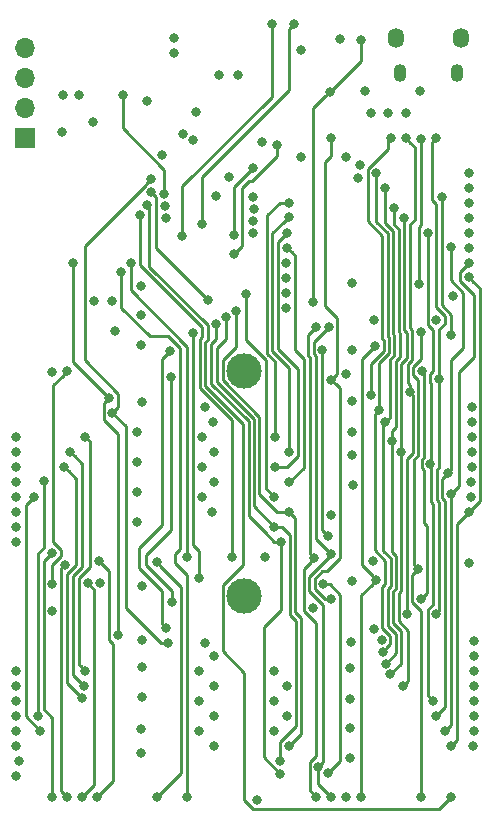
<source format=gbr>
G04 #@! TF.GenerationSoftware,KiCad,Pcbnew,(5.1.5-rc2)*
G04 #@! TF.CreationDate,2020-01-23T16:56:20-08:00*
G04 #@! TF.ProjectId,fpgb,66706762-2e6b-4696-9361-645f70636258,0.1*
G04 #@! TF.SameCoordinates,Original*
G04 #@! TF.FileFunction,Copper,L2,Inr*
G04 #@! TF.FilePolarity,Positive*
%FSLAX46Y46*%
G04 Gerber Fmt 4.6, Leading zero omitted, Abs format (unit mm)*
G04 Created by KiCad (PCBNEW (5.1.5-rc2)) date 2020-01-23 16:56:20*
%MOMM*%
%LPD*%
G04 APERTURE LIST*
%ADD10O,1.700000X1.700000*%
%ADD11R,1.700000X1.700000*%
%ADD12O,1.350000X1.700000*%
%ADD13O,1.100000X1.500000*%
%ADD14C,0.800000*%
%ADD15C,3.000000*%
%ADD16C,0.254000*%
G04 APERTURE END LIST*
D10*
X100330000Y-45339000D03*
X100330000Y-47879000D03*
X100330000Y-50419000D03*
D11*
X100330000Y-52959000D03*
D12*
X137198000Y-44478000D03*
X131738000Y-44478000D03*
D13*
X136888000Y-47478000D03*
X132048000Y-47478000D03*
D14*
X116713000Y-47625000D03*
X120650000Y-88392000D03*
X119912232Y-108973558D03*
X126238000Y-84836000D03*
X115062000Y-90170000D03*
X128712000Y-44620000D03*
X126111002Y-49022000D03*
X124714000Y-66802000D03*
X114554000Y-69469000D03*
X109759790Y-85471000D03*
X133858000Y-108712000D03*
X133604000Y-89408000D03*
X133858000Y-69342000D03*
X111506000Y-108712000D03*
X111429279Y-88829389D03*
X128524000Y-56324500D03*
X111886994Y-54356000D03*
X109759790Y-82880200D03*
X109759790Y-77800200D03*
X116332000Y-104394000D03*
X137922005Y-84581993D03*
X138243429Y-104399790D03*
X136398000Y-104394000D03*
X116109193Y-84622916D03*
X137858500Y-64706500D03*
X137922000Y-63500000D03*
X135890000Y-103124000D03*
X138080622Y-83343216D03*
X136350903Y-83058000D03*
X138296631Y-103124000D03*
X115061994Y-103124000D03*
X115316000Y-83312000D03*
X136144000Y-81280000D03*
X116332000Y-82042000D03*
X137922000Y-62230000D03*
X116332000Y-101854000D03*
X135128000Y-101854000D03*
X138029765Y-82064690D03*
X138296631Y-101854000D03*
X136334500Y-62166500D03*
X137922000Y-60960000D03*
X115062000Y-100584000D03*
X134874000Y-100584000D03*
X134620000Y-80518000D03*
X138093421Y-80772000D03*
X138296631Y-100584000D03*
X115316000Y-80772000D03*
X134397710Y-60959996D03*
X116332000Y-79502000D03*
X116332000Y-99314000D03*
X138093421Y-79502000D03*
X132334000Y-99314000D03*
X132111790Y-79502000D03*
X137922000Y-59690000D03*
X138296631Y-99314000D03*
X132397500Y-59690000D03*
X137922000Y-58420000D03*
X115062000Y-98044000D03*
X138093421Y-78232000D03*
X138296631Y-98044000D03*
X131349790Y-78613000D03*
X131226104Y-98352760D03*
X115316000Y-78232000D03*
X131572000Y-58864502D03*
X130810000Y-76962000D03*
X137922000Y-57150000D03*
X116332000Y-96774000D03*
X138093421Y-76962000D03*
X138296631Y-96774000D03*
X130810000Y-57163737D03*
X130820339Y-97435270D03*
X116205000Y-76961998D03*
X137922000Y-55880000D03*
X115570000Y-95675421D03*
X138093421Y-75692000D03*
X138296631Y-95504000D03*
X130302000Y-75946000D03*
X130048000Y-55880000D03*
X130572578Y-96463134D03*
X115570000Y-75692000D03*
X135128000Y-93218000D03*
X112776000Y-92201988D03*
X112680790Y-73152000D03*
X107941663Y-69286837D03*
X135382000Y-73342500D03*
X135128000Y-52960002D03*
X133858000Y-91948000D03*
X112593058Y-70953732D03*
X107696000Y-66738500D03*
X133911311Y-72654831D03*
X112268004Y-94424500D03*
X133858000Y-53022500D03*
X133667500Y-65278000D03*
X107696000Y-76199998D03*
X132657843Y-93218000D03*
X132873790Y-74427501D03*
X112395000Y-95694502D03*
X110934500Y-56451500D03*
X132524500Y-52959000D03*
X107442000Y-74930000D03*
X130491340Y-95463217D03*
X129571790Y-74709795D03*
X108140500Y-95059500D03*
X104394000Y-63563500D03*
X112109925Y-58694701D03*
X131318000Y-52960000D03*
X110134400Y-70459600D03*
X123698000Y-45466000D03*
X127000000Y-44577000D03*
D15*
X118872000Y-72644000D03*
X118872000Y-91694000D03*
D14*
X129565500Y-50800000D03*
X106045000Y-51625500D03*
X119634000Y-60960000D03*
X116497000Y-57810500D03*
X110134400Y-67919600D03*
X126238000Y-91948000D03*
X126238000Y-52960000D03*
X102616000Y-90678000D03*
X126238000Y-73406000D03*
X103886000Y-72675790D03*
X113654123Y-52567121D03*
X102616000Y-72772000D03*
X110185210Y-75311000D03*
X99568000Y-78232000D03*
X121412000Y-98044000D03*
X99568000Y-98044000D03*
X121432411Y-78233356D03*
X105410000Y-78232000D03*
X105410000Y-98025196D03*
X122682000Y-58420000D03*
X122682000Y-79502000D03*
X99568000Y-79502000D03*
X99568000Y-99314000D03*
X105291337Y-99313994D03*
X104140000Y-79502000D03*
X122510579Y-99314000D03*
X122618500Y-59626500D03*
X99568000Y-80772000D03*
X121412000Y-100584000D03*
X99568000Y-100584000D03*
X121432411Y-80773356D03*
X105156010Y-100330000D03*
X103632000Y-80772000D03*
X122491500Y-60960000D03*
X122682000Y-82042000D03*
X99568000Y-82042000D03*
X99568000Y-101854000D03*
X122510579Y-101854000D03*
X101354337Y-101845663D03*
X101917488Y-81978500D03*
X122491500Y-62230000D03*
X121412000Y-83312000D03*
X99568000Y-83312000D03*
X99568000Y-103124000D03*
X121412000Y-103124000D03*
X101600000Y-103124000D03*
X118990662Y-66158664D03*
X101092000Y-83311998D03*
X122428000Y-63500000D03*
X122682000Y-104394000D03*
X99568000Y-104394000D03*
X122682000Y-84582000D03*
X99568000Y-84582000D03*
X118146781Y-67590700D03*
X122421632Y-64770000D03*
X121412000Y-85852000D03*
X99568000Y-85852000D03*
X99822000Y-105664000D03*
X121919996Y-105655664D03*
X117281737Y-68098768D03*
X122421632Y-66040000D03*
X99568000Y-87122000D03*
X99568000Y-106934000D03*
X121920000Y-106762589D03*
X122002579Y-87122000D03*
X116490710Y-68715785D03*
X122421632Y-67310000D03*
X124968000Y-108712000D03*
X102616000Y-108712000D03*
X124968000Y-68960000D03*
X102566833Y-88065935D03*
X124780873Y-88529920D03*
X112268006Y-59690000D03*
X126238000Y-108712000D03*
X103886000Y-108712000D03*
X126229663Y-88129663D03*
X103652275Y-89093866D03*
X125126626Y-106159093D03*
X126015790Y-68960000D03*
X106089421Y-66738500D03*
X128778000Y-108712000D03*
X106540199Y-88772000D03*
X106426000Y-108712000D03*
X129927368Y-70517555D03*
X115760500Y-66675000D03*
X130048000Y-90360500D03*
X110942837Y-57539337D03*
X109759790Y-80340200D03*
X110103068Y-104973199D03*
X110075263Y-102979937D03*
X110159800Y-100304600D03*
X110187468Y-90900210D03*
X106680000Y-90655591D03*
X102616000Y-92964000D03*
X110222908Y-95472210D03*
X110159800Y-97764600D03*
X128058957Y-82327790D03*
X127965200Y-79787790D03*
X127965200Y-77851000D03*
X127965200Y-70866000D03*
X127508000Y-72898000D03*
X110134400Y-65455800D03*
X127965200Y-75215790D03*
X129741640Y-88772000D03*
X127793790Y-102920800D03*
X127793790Y-100406200D03*
X127793790Y-97815400D03*
X129802334Y-94479660D03*
X127982608Y-90474065D03*
X124714000Y-92710000D03*
X127932879Y-95572322D03*
X127793790Y-105410000D03*
X135128000Y-68326000D03*
X136493200Y-66294000D03*
X136398000Y-69596000D03*
X135636000Y-57975500D03*
X110617000Y-49784000D03*
X136398000Y-108712000D03*
X110649514Y-58576334D03*
X137922000Y-88900000D03*
X117856000Y-88392000D03*
X110045500Y-59435996D03*
X114046000Y-108712000D03*
X108458000Y-64262000D03*
X114046000Y-88392000D03*
X109283498Y-63563500D03*
X133737800Y-48926800D03*
X129087170Y-48966830D03*
X118364000Y-47625000D03*
X131038500Y-50800000D03*
X103409790Y-52432456D03*
X117564000Y-56235500D03*
X121185388Y-43300200D03*
X113601500Y-61214000D03*
X123063000Y-43300200D03*
X115252500Y-60198000D03*
X108585000Y-49339500D03*
X112077438Y-57691490D03*
X104838500Y-49276000D03*
X103505000Y-49276000D03*
X112903000Y-45720000D03*
X112903000Y-44450000D03*
X117983000Y-62801500D03*
X127508000Y-54546500D03*
X121602500Y-53530500D03*
X128625049Y-55236353D03*
X117951290Y-61150500D03*
X119584290Y-55468537D03*
X127508000Y-108712000D03*
X105156000Y-108712000D03*
X125984000Y-86614000D03*
X125476000Y-70866000D03*
X125984000Y-106680000D03*
X123634499Y-54546500D03*
X125539500Y-90741500D03*
X105665631Y-90582790D03*
X114554000Y-53149500D03*
X132588000Y-50800000D03*
X129825735Y-68326000D03*
X128000542Y-65257566D03*
X119634000Y-59944000D03*
X119671976Y-58909712D03*
X119602279Y-57906490D03*
X114744500Y-50736500D03*
X120332500Y-53276502D03*
D16*
X128712000Y-46421002D02*
X126511001Y-48622001D01*
X126511001Y-48622001D02*
X126111002Y-49022000D01*
X128712000Y-44620000D02*
X128712000Y-46421002D01*
X125711003Y-49421999D02*
X126111002Y-49022000D01*
X124714000Y-66802000D02*
X124714000Y-50419002D01*
X124714000Y-50419002D02*
X125711003Y-49421999D01*
X115062000Y-87884000D02*
X114554000Y-87376000D01*
X114554000Y-70034685D02*
X114554000Y-69469000D01*
X114554000Y-87376000D02*
X114554000Y-70034685D01*
X115062000Y-90170000D02*
X115062000Y-87884000D01*
X133858000Y-108712000D02*
X133858000Y-93028698D01*
X133858000Y-93028698D02*
X133085871Y-92256569D01*
X133085871Y-89926129D02*
X133204001Y-89807999D01*
X133085871Y-92256569D02*
X133085871Y-89926129D01*
X133204001Y-89807999D02*
X133604000Y-89408000D01*
X111506000Y-108712000D02*
X113538000Y-106680000D01*
X113538000Y-106680000D02*
X113538000Y-90938110D01*
X113538000Y-90938110D02*
X111829278Y-89229388D01*
X111829278Y-89229388D02*
X111429279Y-88829389D01*
X133858000Y-69907685D02*
X133858000Y-69342000D01*
X133181109Y-72304333D02*
X133858000Y-71627442D01*
X133858000Y-71627442D02*
X133858000Y-69907685D01*
X133204001Y-80206708D02*
X133604000Y-79806709D01*
X133604000Y-89408000D02*
X133204001Y-89008001D01*
X133604000Y-79806709D02*
X133604000Y-73428220D01*
X133181109Y-73005329D02*
X133181109Y-72304333D01*
X133204001Y-89008001D02*
X133204001Y-80206708D01*
X133604000Y-73428220D02*
X133181109Y-73005329D01*
X137922005Y-84581993D02*
X136906000Y-85597998D01*
X136797999Y-103994001D02*
X136398000Y-104394000D01*
X136906000Y-103886000D02*
X136797999Y-103994001D01*
X136906000Y-85597998D02*
X136906000Y-103886000D01*
X138258499Y-65106499D02*
X137858500Y-64706500D01*
X137922005Y-84581993D02*
X138829999Y-83673999D01*
X138829999Y-83673999D02*
X138829999Y-65677999D01*
X138829999Y-65677999D02*
X138258499Y-65106499D01*
X136350903Y-83623685D02*
X136350903Y-83058000D01*
X135890000Y-103124000D02*
X136350903Y-102663097D01*
X136350903Y-102663097D02*
X136350903Y-83623685D01*
X138303000Y-71501000D02*
X137020211Y-72783789D01*
X137922000Y-63500000D02*
X137128298Y-64293702D01*
X137128298Y-65056998D02*
X138303000Y-66231700D01*
X137128298Y-64293702D02*
X137128298Y-65056998D01*
X137020211Y-72783789D02*
X137020211Y-82388692D01*
X136750902Y-82658001D02*
X136350903Y-83058000D01*
X138303000Y-66231700D02*
X138303000Y-71501000D01*
X137020211Y-82388692D02*
X136750902Y-82658001D01*
X135620701Y-81803299D02*
X136398000Y-81026000D01*
X137414000Y-66075981D02*
X136334500Y-64996481D01*
X136398000Y-81026000D02*
X136398000Y-71753704D01*
X135858210Y-101123790D02*
X135858210Y-83646007D01*
X135128000Y-101854000D02*
X135858210Y-101123790D01*
X135858210Y-83646007D02*
X135620701Y-83408498D01*
X136334500Y-64996481D02*
X136334500Y-62732185D01*
X135620701Y-83408498D02*
X135620701Y-81803299D01*
X136398000Y-71753704D02*
X137414000Y-70737704D01*
X137414000Y-70737704D02*
X137414000Y-66075981D01*
X136334500Y-62732185D02*
X136334500Y-62166500D01*
X134397710Y-61525681D02*
X134397710Y-60959996D01*
X134706279Y-73747479D02*
X134588298Y-73629498D01*
X134391367Y-68745078D02*
X134391367Y-67602133D01*
X134874000Y-100584000D02*
X134397799Y-100107799D01*
X134397710Y-67595790D02*
X134397710Y-61525681D01*
X134397799Y-92867503D02*
X134874000Y-92391302D01*
X134706279Y-83787262D02*
X134706279Y-73747479D01*
X134588298Y-73629498D02*
X134588298Y-72928502D01*
X134397799Y-100107799D02*
X134397799Y-92867503D01*
X134842211Y-69195922D02*
X134391367Y-68745078D01*
X134874000Y-92391302D02*
X134874000Y-83954983D01*
X134588298Y-72928502D02*
X134842211Y-72674589D01*
X134874000Y-83954983D02*
X134706279Y-83787262D01*
X134842211Y-72674589D02*
X134842211Y-69195922D01*
X134391367Y-67602133D02*
X134397710Y-67595790D01*
X132733999Y-94661522D02*
X131927633Y-93855156D01*
X131927633Y-93855156D02*
X131927633Y-91501344D01*
X131927633Y-91501344D02*
X132149834Y-91279143D01*
X132111790Y-80067685D02*
X132111790Y-79502000D01*
X132733999Y-98914001D02*
X132733999Y-94661522D01*
X132149834Y-80105729D02*
X132111790Y-80067685D01*
X132334000Y-99314000D02*
X132733999Y-98914001D01*
X132149834Y-91279143D02*
X132149834Y-80105729D01*
X132384789Y-69172837D02*
X132384789Y-59702711D01*
X132143588Y-72048028D02*
X132621481Y-71570135D01*
X132384789Y-59702711D02*
X132397500Y-59690000D01*
X132621481Y-69409529D02*
X132384789Y-69172837D01*
X132111790Y-79502000D02*
X132111790Y-78936315D01*
X132621481Y-71570135D02*
X132621481Y-69409529D01*
X132143588Y-78904517D02*
X132143588Y-72048028D01*
X132111790Y-78936315D02*
X132143588Y-78904517D01*
X131572000Y-59430187D02*
X131572000Y-58864502D01*
X131927578Y-60645799D02*
X131572000Y-60290221D01*
X132029211Y-69463852D02*
X131927578Y-69362219D01*
X131686377Y-71858646D02*
X132029211Y-71515812D01*
X131927578Y-69362219D02*
X131927578Y-60645799D01*
X131226104Y-98352760D02*
X132135963Y-97442901D01*
X131686377Y-77386630D02*
X131686377Y-71858646D01*
X131572000Y-60290221D02*
X131572000Y-59430187D01*
X131349790Y-77723217D02*
X131686377Y-77386630D01*
X131349790Y-88006266D02*
X131349790Y-77723217D01*
X132135963Y-97442901D02*
X132135963Y-94710080D01*
X131692623Y-88349099D02*
X131349790Y-88006266D01*
X131692623Y-91089761D02*
X131692623Y-88349099D01*
X132029211Y-71515812D02*
X132029211Y-69463852D01*
X131470422Y-94044539D02*
X131470422Y-91311962D01*
X131470422Y-91311962D02*
X131692623Y-91089761D01*
X132135963Y-94710080D02*
X131470422Y-94044539D01*
X131235412Y-90900379D02*
X131235412Y-88538481D01*
X131013211Y-91122580D02*
X131235412Y-90900379D01*
X131678752Y-94923338D02*
X131013211Y-94257797D01*
X130820339Y-97435270D02*
X131678752Y-96576857D01*
X130619500Y-87922569D02*
X130619500Y-77152500D01*
X130810000Y-60174814D02*
X130810000Y-57729422D01*
X131678752Y-96576857D02*
X131678752Y-94923338D01*
X131235412Y-88538481D02*
X130619500Y-87922569D01*
X131572000Y-69653234D02*
X131470367Y-69551601D01*
X131165578Y-71732852D02*
X131572000Y-71326430D01*
X130619500Y-77152500D02*
X131165578Y-76606422D01*
X131165578Y-76606422D02*
X131165578Y-71732852D01*
X131572000Y-71326430D02*
X131572000Y-69653234D01*
X130810000Y-57729422D02*
X130810000Y-57163737D01*
X131470367Y-69551601D02*
X131470367Y-60835181D01*
X131013211Y-94257797D02*
X131013211Y-91122580D01*
X131470367Y-60835181D02*
X130810000Y-60174814D01*
X131221541Y-95112720D02*
X131221541Y-95814171D01*
X130556000Y-94447179D02*
X131221541Y-95112720D01*
X130972577Y-96063135D02*
X130572578Y-96463134D01*
X130302000Y-75946000D02*
X129902001Y-76345999D01*
X129902001Y-87851663D02*
X130778201Y-88727863D01*
X130778201Y-88727863D02*
X130778201Y-90710997D01*
X131221541Y-95814171D02*
X130972577Y-96063135D01*
X130778201Y-90710997D02*
X130556000Y-90933198D01*
X130556000Y-90933198D02*
X130556000Y-94447179D01*
X129902001Y-76345999D02*
X129902001Y-87851663D01*
X131114789Y-71137048D02*
X130302000Y-71949837D01*
X130048000Y-60059408D02*
X131013156Y-61024563D01*
X130302000Y-75380315D02*
X130302000Y-75946000D01*
X131114789Y-69842616D02*
X131114789Y-71137048D01*
X130302000Y-71949837D02*
X130302000Y-75380315D01*
X130048000Y-55880000D02*
X130048000Y-60059408D01*
X131013156Y-69740983D02*
X131114789Y-69842616D01*
X131013156Y-61024563D02*
X131013156Y-69740983D01*
X135163490Y-81055208D02*
X135382000Y-80836698D01*
X135331211Y-93014789D02*
X135331211Y-83765601D01*
X135382000Y-73908185D02*
X135382000Y-73342500D01*
X135331211Y-83765601D02*
X135163490Y-83597880D01*
X135382000Y-80836698D02*
X135382000Y-73908185D01*
X135128000Y-93218000D02*
X135331211Y-93014789D01*
X135163490Y-83597880D02*
X135163490Y-81055208D01*
X112680790Y-86137710D02*
X112680790Y-73717685D01*
X110553500Y-88265000D02*
X112680790Y-86137710D01*
X110553500Y-89090500D02*
X110553500Y-88265000D01*
X112776000Y-91313000D02*
X110553500Y-89090500D01*
X112680790Y-73717685D02*
X112680790Y-73152000D01*
X112776000Y-92201988D02*
X112776000Y-91313000D01*
X134728001Y-53360001D02*
X135128000Y-52960002D01*
X135128000Y-58548200D02*
X134728001Y-58148201D01*
X135858201Y-67999887D02*
X135128000Y-67269686D01*
X135858201Y-68676497D02*
X135858201Y-67999887D01*
X134728001Y-58148201D02*
X134728001Y-53360001D01*
X135382000Y-73342500D02*
X135382000Y-69152698D01*
X135382000Y-69152698D02*
X135858201Y-68676497D01*
X135128000Y-67269686D02*
X135128000Y-58548200D01*
X134334201Y-85820201D02*
X134315210Y-85801210D01*
X134334201Y-91471799D02*
X134334201Y-85820201D01*
X133858000Y-91948000D02*
X134334201Y-91471799D01*
X133889799Y-80868497D02*
X133889799Y-80167503D01*
X134061211Y-85547211D02*
X134061211Y-81039909D01*
X134112001Y-72855521D02*
X133911311Y-72654831D01*
X133889799Y-80167503D02*
X134112001Y-79945301D01*
X134061211Y-81039909D02*
X133889799Y-80868497D01*
X134334201Y-85820201D02*
X134061211Y-85547211D01*
X134112001Y-79945301D02*
X134112001Y-72855521D01*
X111868005Y-94024501D02*
X112268004Y-94424500D01*
X111868005Y-91289280D02*
X111868005Y-94024501D01*
X111868001Y-85743999D02*
X109918500Y-87693500D01*
X109918500Y-89339775D02*
X111868005Y-91289280D01*
X111868001Y-71678789D02*
X111868001Y-85743999D01*
X109918500Y-87693500D02*
X109918500Y-89339775D01*
X112593058Y-70953732D02*
X111868001Y-71678789D01*
X133667500Y-64712315D02*
X133667500Y-65278000D01*
X133858000Y-60325000D02*
X133667500Y-60515500D01*
X133858000Y-53022500D02*
X133858000Y-60325000D01*
X133667500Y-60515500D02*
X133667500Y-64712315D01*
X132607045Y-80087443D02*
X133108385Y-79586103D01*
X133108385Y-74662096D02*
X132873790Y-74427501D01*
X132607045Y-92601517D02*
X132607045Y-80087443D01*
X132657843Y-92652315D02*
X132607045Y-92601517D01*
X132657843Y-93218000D02*
X132657843Y-92652315D01*
X133108385Y-79586103D02*
X133108385Y-74662096D01*
X108857999Y-77361997D02*
X108857999Y-92723186D01*
X111829315Y-95694502D02*
X112395000Y-95694502D01*
X108857999Y-92723186D02*
X111829315Y-95694502D01*
X107696000Y-76199998D02*
X108857999Y-77361997D01*
X110534501Y-56851499D02*
X110934500Y-56451500D01*
X105359211Y-62090289D02*
X110534501Y-56914999D01*
X105359211Y-71767711D02*
X105359211Y-62090289D01*
X108172201Y-75723797D02*
X108172201Y-74580701D01*
X110534501Y-56914999D02*
X110534501Y-56851499D01*
X107696000Y-76199998D02*
X108172201Y-75723797D01*
X108172201Y-74580701D02*
X105359211Y-71767711D01*
X132924499Y-53358999D02*
X132524500Y-52959000D01*
X133286500Y-53721000D02*
X132924499Y-53358999D01*
X133286500Y-59881698D02*
X133286500Y-53721000D01*
X133078692Y-69220147D02*
X132905500Y-69046955D01*
X133078692Y-71760157D02*
X133078692Y-69220147D01*
X132873790Y-73861816D02*
X132723898Y-73711924D01*
X132905500Y-60262698D02*
X133286500Y-59881698D01*
X132873790Y-74427501D02*
X132873790Y-73861816D01*
X132723898Y-72114951D02*
X133078692Y-71760157D01*
X132905500Y-69046955D02*
X132905500Y-60262698D01*
X132723898Y-73711924D02*
X132723898Y-72114951D01*
X108140500Y-94493815D02*
X108140500Y-95059500D01*
X106965798Y-76804498D02*
X108140500Y-77979200D01*
X107442000Y-74930000D02*
X106965798Y-75406202D01*
X108140500Y-77979200D02*
X108140500Y-94493815D01*
X106965798Y-75406202D02*
X106965798Y-76804498D01*
X104394000Y-71882000D02*
X104394000Y-64129185D01*
X107442000Y-74930000D02*
X104394000Y-71882000D01*
X104394000Y-64129185D02*
X104394000Y-63563500D01*
X129571790Y-74144110D02*
X129571790Y-74709795D01*
X130657578Y-70947666D02*
X129571790Y-72033454D01*
X130657578Y-70031998D02*
X130657578Y-70947666D01*
X130555945Y-69930365D02*
X130657578Y-70031998D01*
X130555945Y-61213945D02*
X130555945Y-69930365D01*
X129571790Y-72033454D02*
X129571790Y-74144110D01*
X129317798Y-59975798D02*
X130555945Y-61213945D01*
X129317798Y-55530702D02*
X129317798Y-59975798D01*
X131018000Y-53830500D02*
X129317798Y-55530702D01*
X131318000Y-52960000D02*
X131018000Y-53260000D01*
X131018000Y-53260000D02*
X131018000Y-53830500D01*
X126238000Y-91948000D02*
X125665302Y-91948000D01*
X125665302Y-91948000D02*
X124809299Y-91091997D01*
X124809299Y-90276793D02*
X125455793Y-89630299D01*
X125824003Y-89630299D02*
X126968201Y-88486101D01*
X126968201Y-74136201D02*
X126637999Y-73805999D01*
X124809299Y-91091997D02*
X124809299Y-90276793D01*
X125455793Y-89630299D02*
X125824003Y-89630299D01*
X126968201Y-88486101D02*
X126968201Y-74136201D01*
X126637999Y-73805999D02*
X126238000Y-73406000D01*
X103486001Y-73075789D02*
X103886000Y-72675790D01*
X102678599Y-73883191D02*
X103486001Y-73075789D01*
X102678599Y-87119891D02*
X102678599Y-73883191D01*
X103346211Y-87787503D02*
X102678599Y-87119891D01*
X102616000Y-89093875D02*
X103346211Y-88363664D01*
X103346211Y-88363664D02*
X103346211Y-87787503D01*
X102616000Y-90678000D02*
X102616000Y-89093875D01*
X126637999Y-73006001D02*
X126238000Y-73406000D01*
X126746000Y-72898000D02*
X126637999Y-73006001D01*
X126746000Y-68144306D02*
X126746000Y-72898000D01*
X125730000Y-67128306D02*
X126746000Y-68144306D01*
X125730000Y-54991000D02*
X125730000Y-67128306D01*
X126238000Y-54483000D02*
X125730000Y-54991000D01*
X126238000Y-52960000D02*
X126238000Y-54483000D01*
X105010001Y-97625197D02*
X105410000Y-98025196D01*
X105410000Y-78232000D02*
X105809999Y-78631999D01*
X105809999Y-78631999D02*
X105809999Y-89262001D01*
X105809999Y-89262001D02*
X104902000Y-90170000D01*
X104902000Y-97517196D02*
X105010001Y-97625197D01*
X104902000Y-90170000D02*
X104902000Y-97517196D01*
X122116315Y-58420000D02*
X122682000Y-58420000D01*
X121432411Y-71849120D02*
X120777000Y-71193709D01*
X121432411Y-78233356D02*
X121432411Y-71849120D01*
X121856500Y-58420000D02*
X122116315Y-58420000D01*
X120777000Y-59499500D02*
X121856500Y-58420000D01*
X120777000Y-71193709D02*
X120777000Y-59499500D01*
X105156000Y-80518000D02*
X104539999Y-79901999D01*
X104394000Y-98416657D02*
X104394000Y-90031408D01*
X104394000Y-90031408D02*
X105156000Y-89269408D01*
X105291337Y-99313994D02*
X104394000Y-98416657D01*
X104539999Y-79901999D02*
X104140000Y-79502000D01*
X105156000Y-89269408D02*
X105156000Y-80518000D01*
X122682000Y-72452116D02*
X121234211Y-71004327D01*
X121234211Y-61010789D02*
X122218501Y-60026499D01*
X121234211Y-71004327D02*
X121234211Y-61010789D01*
X122682000Y-79502000D02*
X122682000Y-72452116D01*
X122218501Y-60026499D02*
X122618500Y-59626500D01*
X104648000Y-81788000D02*
X104031999Y-81171999D01*
X105156010Y-100330000D02*
X103886000Y-99059990D01*
X103886000Y-99059990D02*
X103886000Y-89892815D01*
X103886000Y-89892815D02*
X104648000Y-89130815D01*
X104031999Y-81171999D02*
X103632000Y-80772000D01*
X104648000Y-89130815D02*
X104648000Y-81788000D01*
X123412201Y-79852497D02*
X123412201Y-72535724D01*
X121691422Y-70814945D02*
X121691422Y-61760078D01*
X121691422Y-61760078D02*
X122091501Y-61359999D01*
X123412201Y-72535724D02*
X121691422Y-70814945D01*
X122491342Y-80773356D02*
X123412201Y-79852497D01*
X121432411Y-80773356D02*
X122491342Y-80773356D01*
X122091501Y-61359999D02*
X122491500Y-60960000D01*
X101917500Y-81978512D02*
X101917488Y-81978500D01*
X101917500Y-87566500D02*
X101917500Y-81978512D01*
X101354337Y-88129663D02*
X101917500Y-87566500D01*
X101354337Y-101845663D02*
X101354337Y-88129663D01*
X123158201Y-62896701D02*
X122891499Y-62629999D01*
X122682000Y-82042000D02*
X123869410Y-80854590D01*
X122891499Y-62629999D02*
X122491500Y-62230000D01*
X123869410Y-71633294D02*
X123158201Y-70922085D01*
X123158201Y-70922085D02*
X123158201Y-62896701D01*
X123869410Y-80854590D02*
X123869410Y-71633294D01*
X121412000Y-83312000D02*
X120702201Y-82602201D01*
X120702201Y-82602201D02*
X120702201Y-71765503D01*
X118990662Y-66724349D02*
X118990662Y-66158664D01*
X118990662Y-70053964D02*
X118990662Y-66724349D01*
X120702201Y-71765503D02*
X118990662Y-70053964D01*
X100374500Y-101898500D02*
X100374500Y-84029498D01*
X100374500Y-84029498D02*
X100692001Y-83711997D01*
X101600000Y-103124000D02*
X100374500Y-101898500D01*
X100692001Y-83711997D02*
X101092000Y-83311998D01*
X123190000Y-93102593D02*
X123698000Y-93610593D01*
X123698000Y-103378000D02*
X123081999Y-103994001D01*
X123698000Y-93610593D02*
X123698000Y-103378000D01*
X122682000Y-84582000D02*
X123190000Y-85090000D01*
X123190000Y-85090000D02*
X123190000Y-93102593D01*
X123081999Y-103994001D02*
X122682000Y-104394000D01*
X122682000Y-84582000D02*
X121601302Y-84582000D01*
X118146781Y-68156385D02*
X118146781Y-67590700D01*
X120142003Y-76546224D02*
X117041800Y-73446021D01*
X121601302Y-84582000D02*
X120142003Y-83122701D01*
X120142003Y-83122701D02*
X120142003Y-76546224D01*
X117041800Y-71765502D02*
X118146781Y-70660521D01*
X118146781Y-70660521D02*
X118146781Y-68156385D01*
X117041800Y-73446021D02*
X117041800Y-71765502D01*
X119684792Y-76735606D02*
X116584589Y-73635403D01*
X117281737Y-69980961D02*
X117281737Y-68664453D01*
X116584589Y-73635403D02*
X116584589Y-70678109D01*
X121412000Y-85852000D02*
X119684792Y-84124792D01*
X117281737Y-68664453D02*
X117281737Y-68098768D01*
X116584589Y-70678109D02*
X117281737Y-69980961D01*
X119684792Y-84124792D02*
X119684792Y-76735606D01*
X123240789Y-102754513D02*
X121919996Y-104075306D01*
X123240789Y-93799975D02*
X123240789Y-102754513D01*
X121919996Y-105089979D02*
X121919996Y-105655664D01*
X121919996Y-104075306D02*
X121919996Y-105089979D01*
X122732789Y-86537789D02*
X122732789Y-93291975D01*
X122732789Y-93291975D02*
X123240789Y-93799975D01*
X122047000Y-85852000D02*
X122732789Y-86537789D01*
X121412000Y-85852000D02*
X122047000Y-85852000D01*
X99568000Y-106744698D02*
X99568000Y-106934000D01*
X122002579Y-87687685D02*
X122002579Y-87122000D01*
X120504001Y-94379999D02*
X122002579Y-92881421D01*
X120504001Y-105346590D02*
X120504001Y-94379999D01*
X122002579Y-92881421D02*
X122002579Y-87687685D01*
X121920000Y-106762589D02*
X120504001Y-105346590D01*
X116490710Y-69281470D02*
X116490710Y-68715785D01*
X116059001Y-73756409D02*
X116059001Y-70390263D01*
X119227581Y-76924988D02*
X116059001Y-73756409D01*
X119227581Y-84912687D02*
X119227581Y-76924988D01*
X116490710Y-69958554D02*
X116490710Y-69281470D01*
X120713500Y-86398606D02*
X119227581Y-84912687D01*
X120713500Y-86423500D02*
X120713500Y-86398606D01*
X121412000Y-87122000D02*
X120713500Y-86423500D01*
X116059001Y-70390263D02*
X116490710Y-69958554D01*
X122002579Y-87122000D02*
X121412000Y-87122000D01*
X101885799Y-101313107D02*
X101885799Y-88746969D01*
X102616000Y-102043308D02*
X101885799Y-101313107D01*
X102166834Y-88465934D02*
X102566833Y-88065935D01*
X102616000Y-108712000D02*
X102616000Y-102043308D01*
X101885799Y-88746969D02*
X102166834Y-88465934D01*
X124968000Y-105237019D02*
X124968000Y-94044698D01*
X124288588Y-71405879D02*
X124380874Y-71498165D01*
X124288588Y-69639412D02*
X124288588Y-71405879D01*
X124380874Y-71498165D02*
X124380874Y-88129921D01*
X124380874Y-88129921D02*
X124780873Y-88529920D01*
X123894877Y-89415916D02*
X124380874Y-88929919D01*
X124968000Y-68960000D02*
X124288588Y-69639412D01*
X124968000Y-108712000D02*
X124396424Y-108140424D01*
X123894877Y-92971575D02*
X123894877Y-89415916D01*
X124396424Y-105808595D02*
X124968000Y-105237019D01*
X124968000Y-94044698D02*
X123894877Y-92971575D01*
X124396424Y-108140424D02*
X124396424Y-105808595D01*
X124380874Y-88929919D02*
X124780873Y-88529920D01*
X103378000Y-89368141D02*
X103652275Y-89093866D01*
X103378000Y-108204000D02*
X103378000Y-89368141D01*
X103886000Y-108712000D02*
X103378000Y-108204000D01*
X125126626Y-107600626D02*
X125126626Y-106159093D01*
X126238000Y-108712000D02*
X125126626Y-107600626D01*
X126229663Y-88129663D02*
X124968000Y-86868000D01*
X124968000Y-86868000D02*
X124968000Y-71438700D01*
X124968000Y-71438700D02*
X124745797Y-71216497D01*
X124745797Y-71216497D02*
X124745797Y-70229993D01*
X124745797Y-70229993D02*
X125615791Y-69359999D01*
X125615791Y-69359999D02*
X126015790Y-68960000D01*
X125526625Y-92455916D02*
X125526625Y-105759094D01*
X124352088Y-91281379D02*
X125526625Y-92455916D01*
X125526625Y-105759094D02*
X125126626Y-106159093D01*
X124352088Y-90087412D02*
X124352088Y-91281379D01*
X126229663Y-88209837D02*
X124352088Y-90087412D01*
X126229663Y-88129663D02*
X126229663Y-88209837D01*
X128778000Y-108712000D02*
X128778000Y-91630500D01*
X129927368Y-70517555D02*
X128789158Y-71655765D01*
X129648001Y-89960501D02*
X130048000Y-90360500D01*
X128789158Y-71655765D02*
X128789158Y-89101658D01*
X128789158Y-89101658D02*
X129648001Y-89960501D01*
X129648001Y-90760499D02*
X130048000Y-90360500D01*
X128778000Y-91630500D02*
X129648001Y-90760499D01*
X107410299Y-95409997D02*
X107758727Y-95758425D01*
X107758727Y-95758425D02*
X107758727Y-107379273D01*
X107758727Y-107379273D02*
X106825999Y-108312001D01*
X106540199Y-88772000D02*
X107410299Y-89642100D01*
X107410299Y-89642100D02*
X107410299Y-95409997D01*
X106825999Y-108312001D02*
X106426000Y-108712000D01*
X111379715Y-57976215D02*
X111342836Y-57939336D01*
X115760500Y-66675000D02*
X111379715Y-62294215D01*
X111379715Y-62294215D02*
X111379715Y-57976215D01*
X111342836Y-57939336D02*
X110942837Y-57539337D01*
X136398000Y-67893092D02*
X135604299Y-67099391D01*
X135604299Y-58572886D02*
X135636000Y-58541185D01*
X135636000Y-58541185D02*
X135636000Y-57975500D01*
X136398000Y-69596000D02*
X136398000Y-67893092D01*
X135604299Y-67099391D02*
X135604299Y-58572886D01*
X135382000Y-109728000D02*
X119634000Y-109728000D01*
X117041799Y-90815503D02*
X118770370Y-89086932D01*
X115741413Y-70008880D02*
X115741413Y-68751413D01*
X115570000Y-70180293D02*
X115741413Y-70008880D01*
X119634000Y-109728000D02*
X118872000Y-108966000D01*
X118872000Y-98233302D02*
X117041799Y-96403101D01*
X136398000Y-108712000D02*
X135382000Y-109728000D01*
X110826499Y-63836499D02*
X110826499Y-58753319D01*
X118770370Y-89086932D02*
X118770370Y-77114370D01*
X118770370Y-77114370D02*
X115570000Y-73913999D01*
X115570000Y-73913999D02*
X115570000Y-70180293D01*
X117041799Y-96403101D02*
X117041799Y-90815503D01*
X115741413Y-68751413D02*
X110826499Y-63836499D01*
X118872000Y-108966000D02*
X118872000Y-98233302D01*
X110826499Y-58753319D02*
X110649514Y-58576334D01*
X115284202Y-68940795D02*
X110045500Y-63702093D01*
X110045500Y-63702093D02*
X110045500Y-60001681D01*
X115112789Y-74103381D02*
X115112789Y-69990911D01*
X117856000Y-88392000D02*
X117856000Y-76846592D01*
X115112789Y-69990911D02*
X115284202Y-69819498D01*
X110045500Y-60001681D02*
X110045500Y-59435996D01*
X117856000Y-76846592D02*
X115112789Y-74103381D01*
X115284202Y-69819498D02*
X115284202Y-68940795D01*
X108458000Y-64827685D02*
X108458000Y-64262000D01*
X108458000Y-67323898D02*
X108458000Y-64827685D01*
X112395000Y-69723000D02*
X110857102Y-69723000D01*
X110857102Y-69723000D02*
X108458000Y-67323898D01*
X113411000Y-70739000D02*
X112395000Y-69723000D01*
X113411000Y-87757000D02*
X113411000Y-70739000D01*
X114046000Y-108712000D02*
X114046000Y-89979500D01*
X113030000Y-88963500D02*
X113030000Y-88138000D01*
X113030000Y-88138000D02*
X113411000Y-87757000D01*
X114046000Y-89979500D02*
X113030000Y-88963500D01*
X109283498Y-64129185D02*
X109283498Y-63563500D01*
X114046000Y-70612000D02*
X109283498Y-65849498D01*
X109283498Y-65849498D02*
X109283498Y-64129185D01*
X114046000Y-88392000D02*
X114046000Y-70612000D01*
X113601500Y-60648315D02*
X113601500Y-61214000D01*
X113601500Y-57024198D02*
X113601500Y-60648315D01*
X121185388Y-49440310D02*
X113601500Y-57024198D01*
X121185388Y-43300200D02*
X121185388Y-49440310D01*
X115252500Y-59632315D02*
X115252500Y-60198000D01*
X115252500Y-56261000D02*
X115252500Y-59632315D01*
X122663001Y-48850499D02*
X115252500Y-56261000D01*
X122663001Y-43700199D02*
X122663001Y-48850499D01*
X123063000Y-43300200D02*
X122663001Y-43700199D01*
X108585000Y-49905185D02*
X108585000Y-49339500D01*
X108585000Y-52134704D02*
X108585000Y-49905185D01*
X112077438Y-55627142D02*
X108585000Y-52134704D01*
X112077438Y-57691490D02*
X112077438Y-55627142D01*
X119538701Y-56546799D02*
X121602500Y-54483000D01*
X121602500Y-54096185D02*
X121602500Y-53530500D01*
X117983000Y-62801500D02*
X118681500Y-62103000D01*
X121602500Y-54483000D02*
X121602500Y-54096185D01*
X118681500Y-62103000D02*
X118681500Y-57144222D01*
X118681500Y-57144222D02*
X119278923Y-56546799D01*
X119278923Y-56546799D02*
X119538701Y-56546799D01*
X117951290Y-61150500D02*
X117951290Y-57101537D01*
X117951290Y-57101537D02*
X119584290Y-55468537D01*
X106172000Y-91185990D02*
X106064009Y-91077999D01*
X106064009Y-91077999D02*
X105664010Y-90678000D01*
X106172000Y-107696000D02*
X106172000Y-91185990D01*
X105156000Y-108712000D02*
X106172000Y-107696000D01*
X125984000Y-86614000D02*
X125476000Y-86106000D01*
X125476000Y-71431685D02*
X125476000Y-70866000D01*
X125476000Y-86106000D02*
X125476000Y-71431685D01*
X127000000Y-105664000D02*
X127000000Y-91636315D01*
X125984000Y-106680000D02*
X127000000Y-105664000D01*
X126105185Y-90741500D02*
X125539500Y-90741500D01*
X127000000Y-91636315D02*
X126105185Y-90741500D01*
M02*

</source>
